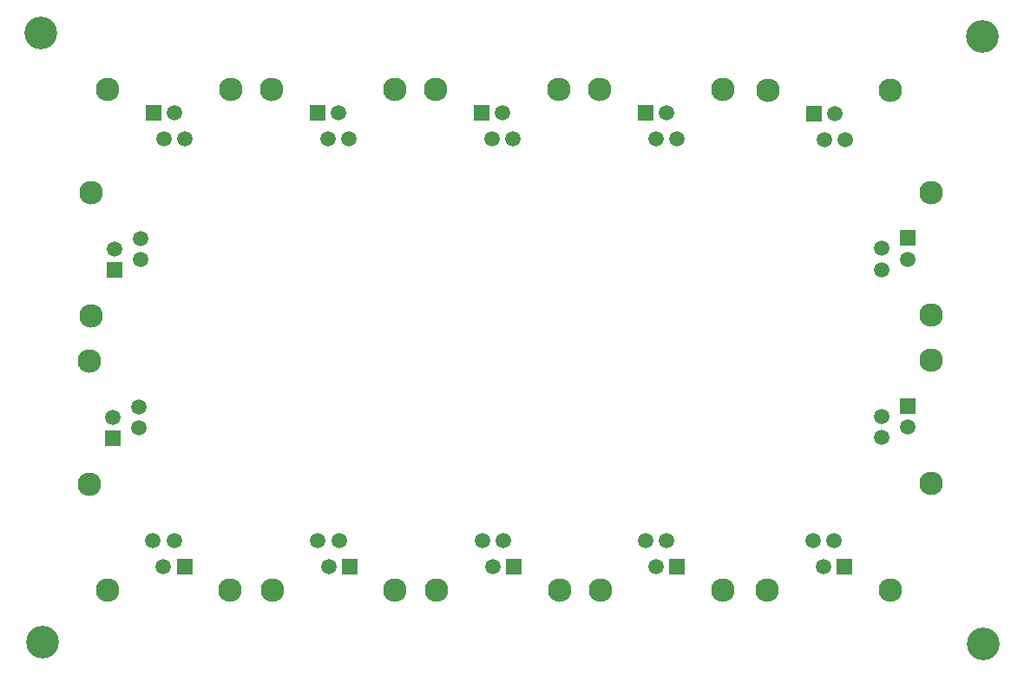
<source format=gbs>
G04 #@! TF.GenerationSoftware,KiCad,Pcbnew,5.1.10-88a1d61d58~90~ubuntu20.04.1*
G04 #@! TF.CreationDate,2021-11-04T14:27:27-04:00*
G04 #@! TF.ProjectId,OMC_CONNECTION_BOARD,4f4d435f-434f-44e4-9e45-4354494f4e5f,rev?*
G04 #@! TF.SameCoordinates,Original*
G04 #@! TF.FileFunction,Soldermask,Bot*
G04 #@! TF.FilePolarity,Negative*
%FSLAX46Y46*%
G04 Gerber Fmt 4.6, Leading zero omitted, Abs format (unit mm)*
G04 Created by KiCad (PCBNEW 5.1.10-88a1d61d58~90~ubuntu20.04.1) date 2021-11-04 14:27:27*
%MOMM*%
%LPD*%
G01*
G04 APERTURE LIST*
%ADD10C,1.500000*%
%ADD11C,2.300000*%
%ADD12R,1.500000X1.500000*%
%ADD13C,3.200000*%
G04 APERTURE END LIST*
D10*
X154860000Y-56540000D03*
D11*
X159330000Y-51700000D03*
D10*
X153840000Y-54000000D03*
X152820000Y-56540000D03*
D12*
X151800000Y-54000000D03*
D11*
X147330000Y-51700000D03*
D10*
X206860000Y-85660000D03*
D11*
X211700000Y-90130000D03*
D10*
X209400000Y-84640000D03*
X206860000Y-83620000D03*
D12*
X209400000Y-82600000D03*
D11*
X211700000Y-78130000D03*
D13*
X216750000Y-105750000D03*
X125000000Y-105650000D03*
X124800000Y-46150000D03*
X216650000Y-46500000D03*
D11*
X143290000Y-100580000D03*
D12*
X138820000Y-98280000D03*
D10*
X137800000Y-95740000D03*
X136780000Y-98280000D03*
D11*
X131290000Y-100580000D03*
D10*
X135760000Y-95740000D03*
D11*
X195730000Y-51750000D03*
D12*
X200200000Y-54050000D03*
D10*
X201220000Y-56590000D03*
X202240000Y-54050000D03*
D11*
X207730000Y-51750000D03*
D10*
X203260000Y-56590000D03*
X186860000Y-56540000D03*
D11*
X191330000Y-51700000D03*
D10*
X185840000Y-54000000D03*
X184820000Y-56540000D03*
D12*
X183800000Y-54000000D03*
D11*
X179330000Y-51700000D03*
X163330000Y-51700000D03*
D12*
X167800000Y-54000000D03*
D10*
X168820000Y-56540000D03*
X169840000Y-54000000D03*
D11*
X175330000Y-51700000D03*
D10*
X170860000Y-56540000D03*
D11*
X131330000Y-51700000D03*
D12*
X135800000Y-54000000D03*
D10*
X136820000Y-56540000D03*
X137840000Y-54000000D03*
D11*
X143330000Y-51700000D03*
D10*
X138860000Y-56540000D03*
X134540000Y-66240000D03*
D11*
X129700000Y-61770000D03*
D10*
X132000000Y-67260000D03*
X134540000Y-68280000D03*
D12*
X132000000Y-69300000D03*
D11*
X129700000Y-73770000D03*
D10*
X134340000Y-82640000D03*
D11*
X129500000Y-78170000D03*
D10*
X131800000Y-83660000D03*
X134340000Y-84680000D03*
D12*
X131800000Y-85700000D03*
D11*
X129500000Y-90170000D03*
D10*
X151850000Y-95720000D03*
D11*
X147380000Y-100560000D03*
D10*
X152870000Y-98260000D03*
X153890000Y-95720000D03*
D12*
X154910000Y-98260000D03*
D11*
X159380000Y-100560000D03*
X175410000Y-100580000D03*
D12*
X170940000Y-98280000D03*
D10*
X169920000Y-95740000D03*
X168900000Y-98280000D03*
D11*
X163410000Y-100580000D03*
D10*
X167880000Y-95740000D03*
X183840000Y-95720000D03*
D11*
X179370000Y-100560000D03*
D10*
X184860000Y-98260000D03*
X185880000Y-95720000D03*
D12*
X186900000Y-98260000D03*
D11*
X191370000Y-100560000D03*
X207670000Y-100570000D03*
D12*
X203200000Y-98270000D03*
D10*
X202180000Y-95730000D03*
X201160000Y-98270000D03*
D11*
X195670000Y-100570000D03*
D10*
X200140000Y-95730000D03*
D11*
X211700000Y-61730000D03*
D12*
X209400000Y-66200000D03*
D10*
X206860000Y-67220000D03*
X209400000Y-68240000D03*
D11*
X211700000Y-73730000D03*
D10*
X206860000Y-69260000D03*
M02*

</source>
